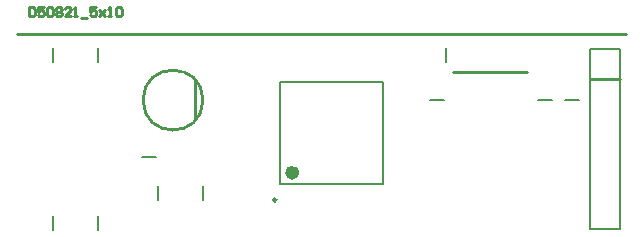
<source format=gto>
%FSLAX24Y24*%
%MOIN*%
G70*
G01*
G75*
%ADD10R,0.0472X0.0551*%
%ADD11R,0.0551X0.0472*%
%ADD12O,0.0689X0.0217*%
%ADD13O,0.0217X0.0689*%
%ADD14R,0.0906X0.0197*%
%ADD15R,0.0984X0.0787*%
%ADD16R,0.0945X0.1339*%
%ADD17R,0.0945X0.0787*%
%ADD18C,0.0120*%
%ADD19C,0.0200*%
%ADD20C,0.0250*%
%ADD21C,0.0550*%
%ADD22C,0.0591*%
%ADD23R,0.0591X0.0591*%
%ADD24C,0.0472*%
%ADD25C,0.0240*%
%ADD26C,0.0500*%
%ADD27C,0.0100*%
%ADD28C,0.0236*%
%ADD29C,0.0098*%
%ADD30C,0.0079*%
D27*
X28706Y28100D02*
G03*
X28706Y28100I-1000J0D01*
G01*
X22500Y30300D02*
X42800D01*
X41600Y28800D02*
X42600D01*
X28450Y27450D02*
Y28750D01*
X37050Y29050D02*
X39500D01*
X22900Y31200D02*
Y30900D01*
X23050D01*
X23100Y30950D01*
Y31150D01*
X23050Y31200D01*
X22900D01*
X23400D02*
X23200D01*
Y31050D01*
X23300Y31100D01*
X23350D01*
X23400Y31050D01*
Y30950D01*
X23350Y30900D01*
X23250D01*
X23200Y30950D01*
X23500Y31150D02*
X23550Y31200D01*
X23650D01*
X23700Y31150D01*
Y30950D01*
X23650Y30900D01*
X23550D01*
X23500Y30950D01*
Y31150D01*
X23800D02*
X23850Y31200D01*
X23950D01*
X24000Y31150D01*
Y31100D01*
X23950Y31050D01*
X24000Y31000D01*
Y30950D01*
X23950Y30900D01*
X23850D01*
X23800Y30950D01*
Y31000D01*
X23850Y31050D01*
X23800Y31100D01*
Y31150D01*
X23850Y31050D02*
X23950D01*
X24300Y30900D02*
X24100D01*
X24300Y31100D01*
Y31150D01*
X24250Y31200D01*
X24150D01*
X24100Y31150D01*
X24400Y30900D02*
X24499D01*
X24450D01*
Y31200D01*
X24400Y31150D01*
X24649Y30850D02*
X24849D01*
X25149Y31200D02*
X24949D01*
Y31050D01*
X25049Y31100D01*
X25099D01*
X25149Y31050D01*
Y30950D01*
X25099Y30900D01*
X24999D01*
X24949Y30950D01*
X25249Y31100D02*
X25449Y30900D01*
X25349Y31000D01*
X25449Y31100D01*
X25249Y30900D01*
X25549D02*
X25649D01*
X25599D01*
Y31200D01*
X25549Y31150D01*
X25799D02*
X25849Y31200D01*
X25949D01*
X25999Y31150D01*
Y30950D01*
X25949Y30900D01*
X25849D01*
X25799Y30950D01*
Y31150D01*
D28*
X31799Y25681D02*
G03*
X31799Y25681I-118J0D01*
G01*
D29*
X31150Y24776D02*
G03*
X31150Y24776I-49J0D01*
G01*
D30*
X41600Y23800D02*
Y29800D01*
X42600Y23800D02*
Y29800D01*
X41600D02*
X42600D01*
X41600Y23800D02*
X42600D01*
X27200Y24764D02*
Y25236D01*
X28700Y24764D02*
Y25236D01*
X36800Y29364D02*
Y29836D01*
X25200Y23764D02*
Y24236D01*
X23700Y29364D02*
Y29836D01*
Y23764D02*
Y24236D01*
X26664Y26200D02*
X27136D01*
X25200Y29364D02*
Y29836D01*
X34713Y25287D02*
Y28713D01*
X31287Y25287D02*
Y28713D01*
X34713D01*
X31287Y25287D02*
X34713D01*
X40764Y28100D02*
X41236D01*
X36264D02*
X36736D01*
X39864D02*
X40336D01*
M02*

</source>
